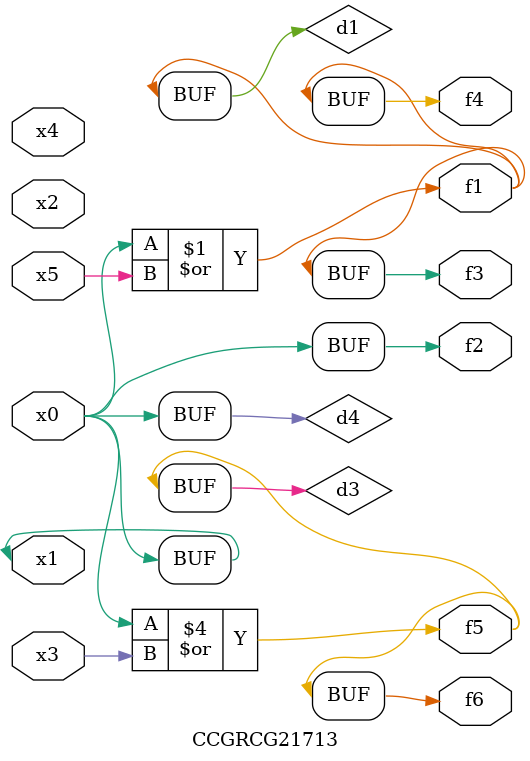
<source format=v>
module CCGRCG21713(
	input x0, x1, x2, x3, x4, x5,
	output f1, f2, f3, f4, f5, f6
);

	wire d1, d2, d3, d4;

	or (d1, x0, x5);
	xnor (d2, x1, x4);
	or (d3, x0, x3);
	buf (d4, x0, x1);
	assign f1 = d1;
	assign f2 = d4;
	assign f3 = d1;
	assign f4 = d1;
	assign f5 = d3;
	assign f6 = d3;
endmodule

</source>
